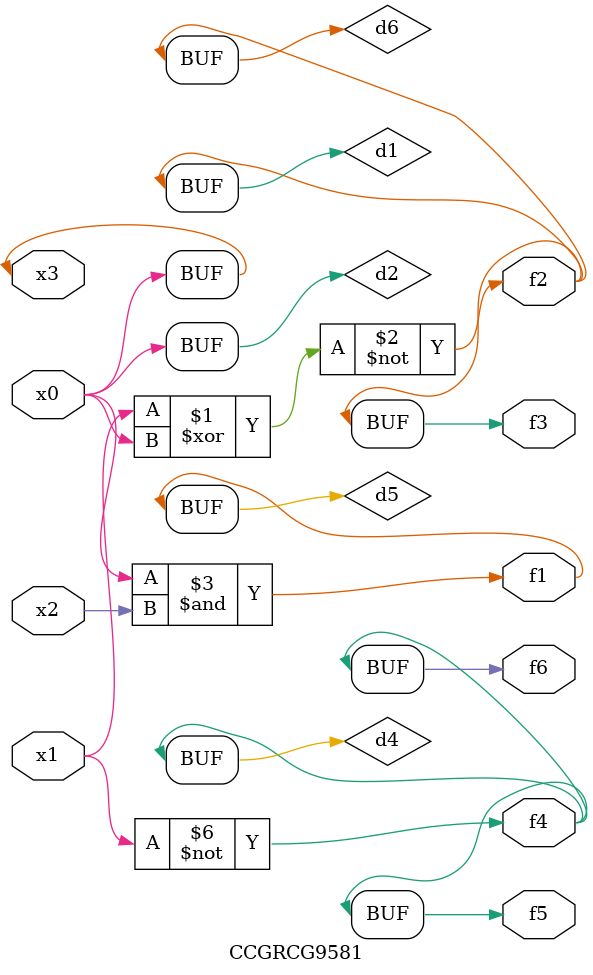
<source format=v>
module CCGRCG9581(
	input x0, x1, x2, x3,
	output f1, f2, f3, f4, f5, f6
);

	wire d1, d2, d3, d4, d5, d6;

	xnor (d1, x1, x3);
	buf (d2, x0, x3);
	nand (d3, x0, x2);
	not (d4, x1);
	nand (d5, d3);
	or (d6, d1);
	assign f1 = d5;
	assign f2 = d6;
	assign f3 = d6;
	assign f4 = d4;
	assign f5 = d4;
	assign f6 = d4;
endmodule

</source>
